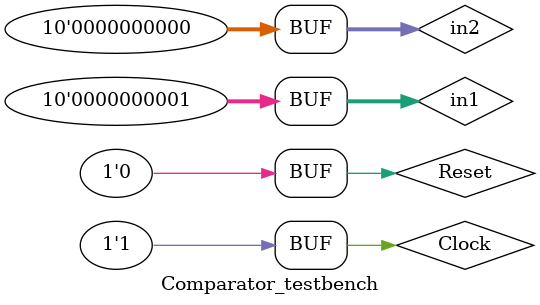
<source format=sv>
module Comparator(out, in1, in2, Clock, Reset);
	output logic out;
	input logic Clock, Reset;
	input logic [9:0] in1, in2;
	
	assign out = (in1 > in2);
endmodule

module Comparator_testbench();
	logic out;
	logic Clock, Reset;
	logic [9:0] in1, in2;
	
	Comparator dut (.out, .in1, .in2, .Clock, .Reset);
	
	initial begin
		Clock = 1; Reset = 0;
		in1 = 10'b0000000000;
		in2 = 10'b0000000000;
		#10;
		in1 = 10'b0000000001;
		in2 = 10'b0000000010;
		#10;
		in1 = 10'b0000000001;
		in2 = 10'b0000000000;
		#10;
	end
endmodule

		
</source>
